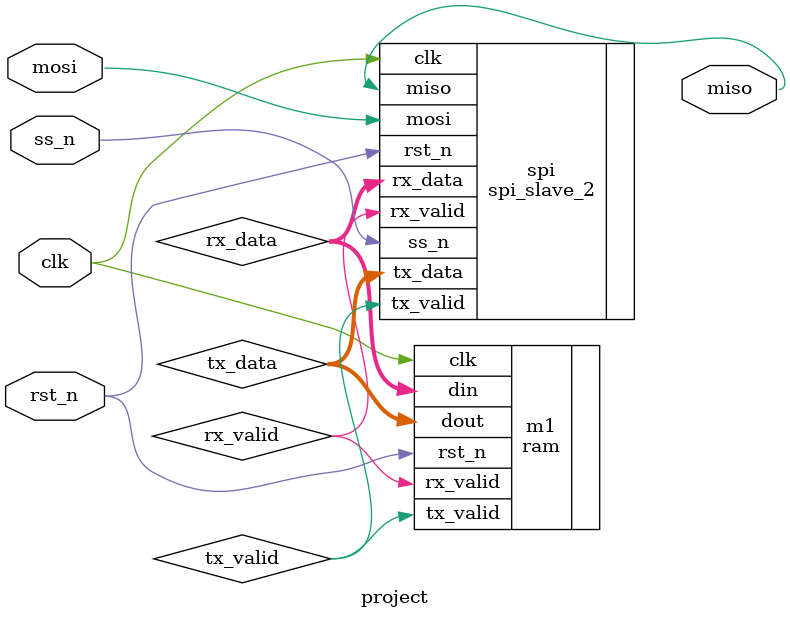
<source format=v>
module project(mosi,miso,ss_n,clk,rst_n);

input mosi,clk,rst_n,ss_n;
output miso;
//spi wires
wire ss_n,rx_valid,tx_valid;
wire [9:0] rx_data;
wire [7:0] tx_data;


spi_slave_2 spi (.clk(clk),.rst_n(rst_n),.mosi(mosi),.miso(miso),.ss_n(ss_n),.rx_data(rx_data),.rx_valid(rx_valid),.tx_data(tx_data),.tx_valid(tx_valid));

ram m1 (.din(rx_data),.rx_valid(rx_valid),.dout(tx_data),.tx_valid(tx_valid),.clk(clk),.rst_n(rst_n));
endmodule
</source>
